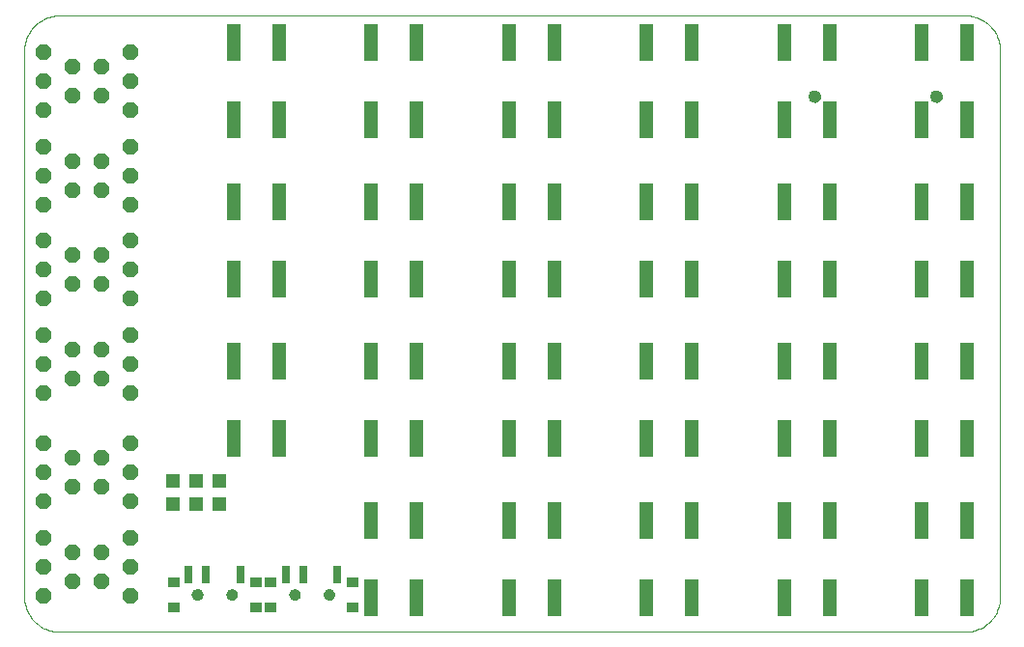
<source format=gbs>
G75*
G70*
%OFA0B0*%
%FSLAX24Y24*%
%IPPOS*%
%LPD*%
%AMOC8*
5,1,8,0,0,1.08239X$1,22.5*
%
%ADD10C,0.0001*%
%ADD11OC8,0.0560*%
%ADD12R,0.0434X0.0355*%
%ADD13R,0.0316X0.0631*%
%ADD14C,0.0000*%
%ADD15C,0.0394*%
%ADD16R,0.0512X0.1300*%
%ADD17R,0.0512X0.0512*%
%ADD18C,0.0434*%
D10*
X001323Y000141D02*
X032622Y000141D01*
X032688Y000143D01*
X032754Y000148D01*
X032820Y000158D01*
X032885Y000171D01*
X032949Y000187D01*
X033012Y000207D01*
X033074Y000231D01*
X033134Y000258D01*
X033193Y000288D01*
X033250Y000322D01*
X033305Y000359D01*
X033358Y000399D01*
X033409Y000441D01*
X033457Y000487D01*
X033503Y000535D01*
X033545Y000586D01*
X033585Y000639D01*
X033622Y000694D01*
X033656Y000751D01*
X033686Y000810D01*
X033713Y000870D01*
X033737Y000932D01*
X033757Y000995D01*
X033773Y001059D01*
X033786Y001124D01*
X033796Y001190D01*
X033801Y001256D01*
X033803Y001322D01*
X033803Y020220D01*
X033801Y020286D01*
X033796Y020352D01*
X033786Y020418D01*
X033773Y020483D01*
X033757Y020547D01*
X033737Y020610D01*
X033713Y020672D01*
X033686Y020732D01*
X033656Y020791D01*
X033622Y020848D01*
X033585Y020903D01*
X033545Y020956D01*
X033503Y021007D01*
X033457Y021055D01*
X033409Y021101D01*
X033358Y021143D01*
X033305Y021183D01*
X033250Y021220D01*
X033193Y021254D01*
X033134Y021284D01*
X033074Y021311D01*
X033012Y021335D01*
X032949Y021355D01*
X032885Y021371D01*
X032820Y021384D01*
X032754Y021394D01*
X032688Y021399D01*
X032622Y021401D01*
X001323Y021401D01*
X001257Y021399D01*
X001191Y021394D01*
X001125Y021384D01*
X001060Y021371D01*
X000996Y021355D01*
X000933Y021335D01*
X000871Y021311D01*
X000811Y021284D01*
X000752Y021254D01*
X000695Y021220D01*
X000640Y021183D01*
X000587Y021143D01*
X000536Y021101D01*
X000488Y021055D01*
X000442Y021007D01*
X000400Y020956D01*
X000360Y020903D01*
X000323Y020848D01*
X000289Y020791D01*
X000259Y020732D01*
X000232Y020672D01*
X000208Y020610D01*
X000188Y020547D01*
X000172Y020483D01*
X000159Y020418D01*
X000149Y020352D01*
X000144Y020286D01*
X000142Y020220D01*
X000142Y001322D01*
X000144Y001256D01*
X000149Y001190D01*
X000159Y001124D01*
X000172Y001059D01*
X000188Y000995D01*
X000208Y000932D01*
X000232Y000870D01*
X000259Y000810D01*
X000289Y000751D01*
X000323Y000694D01*
X000360Y000639D01*
X000400Y000586D01*
X000442Y000535D01*
X000488Y000487D01*
X000536Y000441D01*
X000587Y000399D01*
X000640Y000359D01*
X000695Y000322D01*
X000752Y000288D01*
X000811Y000258D01*
X000871Y000231D01*
X000933Y000207D01*
X000996Y000187D01*
X001060Y000171D01*
X001125Y000158D01*
X001191Y000148D01*
X001257Y000143D01*
X001323Y000141D01*
D11*
X000803Y001391D03*
X001803Y001891D03*
X002803Y001891D03*
X003803Y001391D03*
X003803Y002391D03*
X002803Y002891D03*
X001803Y002891D03*
X000803Y002391D03*
X000803Y003391D03*
X000803Y004641D03*
X001803Y005141D03*
X002803Y005141D03*
X003803Y004641D03*
X003803Y005641D03*
X002803Y006141D03*
X001803Y006141D03*
X000803Y005641D03*
X000803Y006641D03*
X000803Y008391D03*
X001803Y008891D03*
X002803Y008891D03*
X003803Y008391D03*
X003803Y009391D03*
X002803Y009891D03*
X001803Y009891D03*
X000803Y009391D03*
X000803Y010391D03*
X000803Y011641D03*
X001803Y012141D03*
X002803Y012141D03*
X003803Y011641D03*
X003803Y012641D03*
X002803Y013141D03*
X001803Y013141D03*
X000803Y012641D03*
X000803Y013641D03*
X000803Y014891D03*
X001803Y015391D03*
X002803Y015391D03*
X003803Y014891D03*
X003803Y015891D03*
X002803Y016391D03*
X001803Y016391D03*
X000803Y015891D03*
X000803Y016891D03*
X000803Y018141D03*
X001803Y018641D03*
X002803Y018641D03*
X003803Y018141D03*
X003803Y019141D03*
X002803Y019641D03*
X001803Y019641D03*
X000803Y019141D03*
X000803Y020141D03*
X003803Y020141D03*
X003803Y016891D03*
X003803Y013641D03*
X003803Y010391D03*
X003803Y006641D03*
X003803Y003391D03*
D12*
X005284Y001854D03*
X005284Y000988D03*
X008118Y000988D03*
X008644Y000988D03*
X008644Y001854D03*
X008118Y001854D03*
X011478Y001854D03*
X011478Y000988D03*
D13*
X010947Y002110D03*
X009766Y002110D03*
X009175Y002110D03*
X007587Y002110D03*
X006406Y002110D03*
X005815Y002110D03*
D14*
X005934Y001421D02*
X005936Y001447D01*
X005942Y001473D01*
X005952Y001498D01*
X005965Y001521D01*
X005981Y001541D01*
X006001Y001559D01*
X006023Y001574D01*
X006046Y001586D01*
X006072Y001594D01*
X006098Y001598D01*
X006124Y001598D01*
X006150Y001594D01*
X006176Y001586D01*
X006200Y001574D01*
X006221Y001559D01*
X006241Y001541D01*
X006257Y001521D01*
X006270Y001498D01*
X006280Y001473D01*
X006286Y001447D01*
X006288Y001421D01*
X006286Y001395D01*
X006280Y001369D01*
X006270Y001344D01*
X006257Y001321D01*
X006241Y001301D01*
X006221Y001283D01*
X006199Y001268D01*
X006176Y001256D01*
X006150Y001248D01*
X006124Y001244D01*
X006098Y001244D01*
X006072Y001248D01*
X006046Y001256D01*
X006022Y001268D01*
X006001Y001283D01*
X005981Y001301D01*
X005965Y001321D01*
X005952Y001344D01*
X005942Y001369D01*
X005936Y001395D01*
X005934Y001421D01*
X007115Y001421D02*
X007117Y001447D01*
X007123Y001473D01*
X007133Y001498D01*
X007146Y001521D01*
X007162Y001541D01*
X007182Y001559D01*
X007204Y001574D01*
X007227Y001586D01*
X007253Y001594D01*
X007279Y001598D01*
X007305Y001598D01*
X007331Y001594D01*
X007357Y001586D01*
X007381Y001574D01*
X007402Y001559D01*
X007422Y001541D01*
X007438Y001521D01*
X007451Y001498D01*
X007461Y001473D01*
X007467Y001447D01*
X007469Y001421D01*
X007467Y001395D01*
X007461Y001369D01*
X007451Y001344D01*
X007438Y001321D01*
X007422Y001301D01*
X007402Y001283D01*
X007380Y001268D01*
X007357Y001256D01*
X007331Y001248D01*
X007305Y001244D01*
X007279Y001244D01*
X007253Y001248D01*
X007227Y001256D01*
X007203Y001268D01*
X007182Y001283D01*
X007162Y001301D01*
X007146Y001321D01*
X007133Y001344D01*
X007123Y001369D01*
X007117Y001395D01*
X007115Y001421D01*
X009294Y001421D02*
X009296Y001447D01*
X009302Y001473D01*
X009312Y001498D01*
X009325Y001521D01*
X009341Y001541D01*
X009361Y001559D01*
X009383Y001574D01*
X009406Y001586D01*
X009432Y001594D01*
X009458Y001598D01*
X009484Y001598D01*
X009510Y001594D01*
X009536Y001586D01*
X009560Y001574D01*
X009581Y001559D01*
X009601Y001541D01*
X009617Y001521D01*
X009630Y001498D01*
X009640Y001473D01*
X009646Y001447D01*
X009648Y001421D01*
X009646Y001395D01*
X009640Y001369D01*
X009630Y001344D01*
X009617Y001321D01*
X009601Y001301D01*
X009581Y001283D01*
X009559Y001268D01*
X009536Y001256D01*
X009510Y001248D01*
X009484Y001244D01*
X009458Y001244D01*
X009432Y001248D01*
X009406Y001256D01*
X009382Y001268D01*
X009361Y001283D01*
X009341Y001301D01*
X009325Y001321D01*
X009312Y001344D01*
X009302Y001369D01*
X009296Y001395D01*
X009294Y001421D01*
X010475Y001421D02*
X010477Y001447D01*
X010483Y001473D01*
X010493Y001498D01*
X010506Y001521D01*
X010522Y001541D01*
X010542Y001559D01*
X010564Y001574D01*
X010587Y001586D01*
X010613Y001594D01*
X010639Y001598D01*
X010665Y001598D01*
X010691Y001594D01*
X010717Y001586D01*
X010741Y001574D01*
X010762Y001559D01*
X010782Y001541D01*
X010798Y001521D01*
X010811Y001498D01*
X010821Y001473D01*
X010827Y001447D01*
X010829Y001421D01*
X010827Y001395D01*
X010821Y001369D01*
X010811Y001344D01*
X010798Y001321D01*
X010782Y001301D01*
X010762Y001283D01*
X010740Y001268D01*
X010717Y001256D01*
X010691Y001248D01*
X010665Y001244D01*
X010639Y001244D01*
X010613Y001248D01*
X010587Y001256D01*
X010563Y001268D01*
X010542Y001283D01*
X010522Y001301D01*
X010506Y001321D01*
X010493Y001344D01*
X010483Y001369D01*
X010477Y001395D01*
X010475Y001421D01*
X027204Y018621D02*
X027206Y018648D01*
X027212Y018675D01*
X027221Y018701D01*
X027234Y018725D01*
X027250Y018748D01*
X027269Y018767D01*
X027291Y018784D01*
X027315Y018798D01*
X027340Y018808D01*
X027367Y018815D01*
X027394Y018818D01*
X027422Y018817D01*
X027449Y018812D01*
X027475Y018804D01*
X027499Y018792D01*
X027522Y018776D01*
X027543Y018758D01*
X027560Y018737D01*
X027575Y018713D01*
X027586Y018688D01*
X027594Y018662D01*
X027598Y018635D01*
X027598Y018607D01*
X027594Y018580D01*
X027586Y018554D01*
X027575Y018529D01*
X027560Y018505D01*
X027543Y018484D01*
X027522Y018466D01*
X027500Y018450D01*
X027475Y018438D01*
X027449Y018430D01*
X027422Y018425D01*
X027394Y018424D01*
X027367Y018427D01*
X027340Y018434D01*
X027315Y018444D01*
X027291Y018458D01*
X027269Y018475D01*
X027250Y018494D01*
X027234Y018517D01*
X027221Y018541D01*
X027212Y018567D01*
X027206Y018594D01*
X027204Y018621D01*
X031404Y018621D02*
X031406Y018648D01*
X031412Y018675D01*
X031421Y018701D01*
X031434Y018725D01*
X031450Y018748D01*
X031469Y018767D01*
X031491Y018784D01*
X031515Y018798D01*
X031540Y018808D01*
X031567Y018815D01*
X031594Y018818D01*
X031622Y018817D01*
X031649Y018812D01*
X031675Y018804D01*
X031699Y018792D01*
X031722Y018776D01*
X031743Y018758D01*
X031760Y018737D01*
X031775Y018713D01*
X031786Y018688D01*
X031794Y018662D01*
X031798Y018635D01*
X031798Y018607D01*
X031794Y018580D01*
X031786Y018554D01*
X031775Y018529D01*
X031760Y018505D01*
X031743Y018484D01*
X031722Y018466D01*
X031700Y018450D01*
X031675Y018438D01*
X031649Y018430D01*
X031622Y018425D01*
X031594Y018424D01*
X031567Y018427D01*
X031540Y018434D01*
X031515Y018444D01*
X031491Y018458D01*
X031469Y018475D01*
X031450Y018494D01*
X031434Y018517D01*
X031421Y018541D01*
X031412Y018567D01*
X031406Y018594D01*
X031404Y018621D01*
D15*
X010652Y001421D03*
X009471Y001421D03*
X007292Y001421D03*
X006111Y001421D03*
D16*
X012104Y001303D03*
X013679Y001303D03*
X016854Y001303D03*
X018429Y001303D03*
X021604Y001303D03*
X023179Y001303D03*
X026354Y001303D03*
X027929Y001303D03*
X031104Y001303D03*
X032679Y001303D03*
X032679Y003980D03*
X031104Y003980D03*
X027929Y003980D03*
X026354Y003980D03*
X023179Y003980D03*
X021604Y003980D03*
X018429Y003980D03*
X016854Y003980D03*
X013679Y003980D03*
X012104Y003980D03*
X012104Y006803D03*
X013679Y006803D03*
X016854Y006803D03*
X018429Y006803D03*
X021604Y006803D03*
X023179Y006803D03*
X026354Y006803D03*
X027929Y006803D03*
X031104Y006803D03*
X032679Y006803D03*
X032679Y009480D03*
X031104Y009480D03*
X027929Y009480D03*
X026354Y009480D03*
X023179Y009480D03*
X021604Y009480D03*
X018429Y009480D03*
X016854Y009480D03*
X013679Y009480D03*
X012104Y009480D03*
X008929Y009480D03*
X007354Y009480D03*
X007354Y006803D03*
X008929Y006803D03*
X008929Y012303D03*
X007354Y012303D03*
X007354Y014980D03*
X008929Y014980D03*
X012104Y014980D03*
X013679Y014980D03*
X016854Y014980D03*
X018429Y014980D03*
X021604Y014980D03*
X023179Y014980D03*
X026354Y014980D03*
X027929Y014980D03*
X031104Y014980D03*
X032679Y014980D03*
X032679Y012303D03*
X031104Y012303D03*
X027929Y012303D03*
X026354Y012303D03*
X023179Y012303D03*
X021604Y012303D03*
X018429Y012303D03*
X016854Y012303D03*
X013679Y012303D03*
X012104Y012303D03*
X012104Y017803D03*
X013679Y017803D03*
X016854Y017803D03*
X018429Y017803D03*
X021604Y017803D03*
X023179Y017803D03*
X026354Y017803D03*
X027929Y017803D03*
X031104Y017803D03*
X032679Y017803D03*
X032679Y020480D03*
X031104Y020480D03*
X027929Y020480D03*
X026354Y020480D03*
X023179Y020480D03*
X021604Y020480D03*
X018429Y020480D03*
X016854Y020480D03*
X013679Y020480D03*
X012104Y020480D03*
X008929Y020480D03*
X007354Y020480D03*
X007354Y017803D03*
X008929Y017803D03*
D17*
X006861Y005354D03*
X006061Y005354D03*
X005261Y005354D03*
X005261Y004528D03*
X006061Y004528D03*
X006861Y004528D03*
D18*
X027401Y018621D03*
X031601Y018621D03*
M02*

</source>
